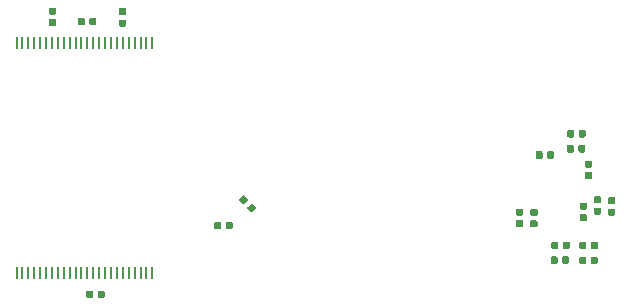
<source format=gbp>
G04 #@! TF.GenerationSoftware,KiCad,Pcbnew,5.0.0-fee4fd1~66~ubuntu18.04.1*
G04 #@! TF.CreationDate,2018-10-21T22:10:04-02:30*
G04 #@! TF.ProjectId,mpuBoard,6D7075426F6172642E6B696361645F70,rev?*
G04 #@! TF.SameCoordinates,Original*
G04 #@! TF.FileFunction,Paste,Bot*
G04 #@! TF.FilePolarity,Positive*
%FSLAX46Y46*%
G04 Gerber Fmt 4.6, Leading zero omitted, Abs format (unit mm)*
G04 Created by KiCad (PCBNEW 5.0.0-fee4fd1~66~ubuntu18.04.1) date Sun Oct 21 22:10:04 2018*
%MOMM*%
%LPD*%
G01*
G04 APERTURE LIST*
%ADD10R,0.250000X1.100000*%
%ADD11C,0.100000*%
%ADD12C,0.590000*%
G04 APERTURE END LIST*
D10*
G04 #@! TO.C,U4*
X96358000Y-86516000D03*
X107858000Y-106016000D03*
X96858000Y-86516000D03*
X97358000Y-86516000D03*
X97858000Y-86516000D03*
X98358000Y-86516000D03*
X98858000Y-86516000D03*
X99358000Y-86516000D03*
X99858000Y-86516000D03*
X100358000Y-86516000D03*
X100858000Y-86516000D03*
X101358000Y-86516000D03*
X101858000Y-86516000D03*
X102358000Y-86516000D03*
X102858000Y-86516000D03*
X103358000Y-86516000D03*
X103858000Y-86516000D03*
X104358000Y-86516000D03*
X104858000Y-86516000D03*
X105358000Y-86516000D03*
X105858000Y-86516000D03*
X106358000Y-86516000D03*
X106858000Y-86516000D03*
X107358000Y-86516000D03*
X107858000Y-86516000D03*
X107358000Y-106016000D03*
X106858000Y-106016000D03*
X106358000Y-106016000D03*
X105858000Y-106016000D03*
X105358000Y-106016000D03*
X104858000Y-106016000D03*
X104358000Y-106016000D03*
X103858000Y-106016000D03*
X103358000Y-106016000D03*
X102858000Y-106016000D03*
X102358000Y-106016000D03*
X101858000Y-106016000D03*
X101358000Y-106016000D03*
X100858000Y-106016000D03*
X100358000Y-106016000D03*
X99858000Y-106016000D03*
X99358000Y-106016000D03*
X98858000Y-106016000D03*
X98358000Y-106016000D03*
X97858000Y-106016000D03*
X97358000Y-106016000D03*
X96858000Y-106016000D03*
X96358000Y-106016000D03*
G04 #@! TD*
D11*
G04 #@! TO.C,C13*
G36*
X139124958Y-101536710D02*
X139139276Y-101538834D01*
X139153317Y-101542351D01*
X139166946Y-101547228D01*
X139180031Y-101553417D01*
X139192447Y-101560858D01*
X139204073Y-101569481D01*
X139214798Y-101579202D01*
X139224519Y-101589927D01*
X139233142Y-101601553D01*
X139240583Y-101613969D01*
X139246772Y-101627054D01*
X139251649Y-101640683D01*
X139255166Y-101654724D01*
X139257290Y-101669042D01*
X139258000Y-101683500D01*
X139258000Y-101978500D01*
X139257290Y-101992958D01*
X139255166Y-102007276D01*
X139251649Y-102021317D01*
X139246772Y-102034946D01*
X139240583Y-102048031D01*
X139233142Y-102060447D01*
X139224519Y-102072073D01*
X139214798Y-102082798D01*
X139204073Y-102092519D01*
X139192447Y-102101142D01*
X139180031Y-102108583D01*
X139166946Y-102114772D01*
X139153317Y-102119649D01*
X139139276Y-102123166D01*
X139124958Y-102125290D01*
X139110500Y-102126000D01*
X138765500Y-102126000D01*
X138751042Y-102125290D01*
X138736724Y-102123166D01*
X138722683Y-102119649D01*
X138709054Y-102114772D01*
X138695969Y-102108583D01*
X138683553Y-102101142D01*
X138671927Y-102092519D01*
X138661202Y-102082798D01*
X138651481Y-102072073D01*
X138642858Y-102060447D01*
X138635417Y-102048031D01*
X138629228Y-102034946D01*
X138624351Y-102021317D01*
X138620834Y-102007276D01*
X138618710Y-101992958D01*
X138618000Y-101978500D01*
X138618000Y-101683500D01*
X138618710Y-101669042D01*
X138620834Y-101654724D01*
X138624351Y-101640683D01*
X138629228Y-101627054D01*
X138635417Y-101613969D01*
X138642858Y-101601553D01*
X138651481Y-101589927D01*
X138661202Y-101579202D01*
X138671927Y-101569481D01*
X138683553Y-101560858D01*
X138695969Y-101553417D01*
X138709054Y-101547228D01*
X138722683Y-101542351D01*
X138736724Y-101538834D01*
X138751042Y-101536710D01*
X138765500Y-101536000D01*
X139110500Y-101536000D01*
X139124958Y-101536710D01*
X139124958Y-101536710D01*
G37*
D12*
X138938000Y-101831000D03*
D11*
G36*
X139124958Y-100566710D02*
X139139276Y-100568834D01*
X139153317Y-100572351D01*
X139166946Y-100577228D01*
X139180031Y-100583417D01*
X139192447Y-100590858D01*
X139204073Y-100599481D01*
X139214798Y-100609202D01*
X139224519Y-100619927D01*
X139233142Y-100631553D01*
X139240583Y-100643969D01*
X139246772Y-100657054D01*
X139251649Y-100670683D01*
X139255166Y-100684724D01*
X139257290Y-100699042D01*
X139258000Y-100713500D01*
X139258000Y-101008500D01*
X139257290Y-101022958D01*
X139255166Y-101037276D01*
X139251649Y-101051317D01*
X139246772Y-101064946D01*
X139240583Y-101078031D01*
X139233142Y-101090447D01*
X139224519Y-101102073D01*
X139214798Y-101112798D01*
X139204073Y-101122519D01*
X139192447Y-101131142D01*
X139180031Y-101138583D01*
X139166946Y-101144772D01*
X139153317Y-101149649D01*
X139139276Y-101153166D01*
X139124958Y-101155290D01*
X139110500Y-101156000D01*
X138765500Y-101156000D01*
X138751042Y-101155290D01*
X138736724Y-101153166D01*
X138722683Y-101149649D01*
X138709054Y-101144772D01*
X138695969Y-101138583D01*
X138683553Y-101131142D01*
X138671927Y-101122519D01*
X138661202Y-101112798D01*
X138651481Y-101102073D01*
X138642858Y-101090447D01*
X138635417Y-101078031D01*
X138629228Y-101064946D01*
X138624351Y-101051317D01*
X138620834Y-101037276D01*
X138618710Y-101022958D01*
X138618000Y-101008500D01*
X138618000Y-100713500D01*
X138618710Y-100699042D01*
X138620834Y-100684724D01*
X138624351Y-100670683D01*
X138629228Y-100657054D01*
X138635417Y-100643969D01*
X138642858Y-100631553D01*
X138651481Y-100619927D01*
X138661202Y-100609202D01*
X138671927Y-100599481D01*
X138683553Y-100590858D01*
X138695969Y-100583417D01*
X138709054Y-100577228D01*
X138722683Y-100572351D01*
X138736724Y-100568834D01*
X138751042Y-100566710D01*
X138765500Y-100566000D01*
X139110500Y-100566000D01*
X139124958Y-100566710D01*
X139124958Y-100566710D01*
G37*
D12*
X138938000Y-100861000D03*
G04 #@! TD*
D11*
G04 #@! TO.C,C14*
G36*
X145728958Y-100497710D02*
X145743276Y-100499834D01*
X145757317Y-100503351D01*
X145770946Y-100508228D01*
X145784031Y-100514417D01*
X145796447Y-100521858D01*
X145808073Y-100530481D01*
X145818798Y-100540202D01*
X145828519Y-100550927D01*
X145837142Y-100562553D01*
X145844583Y-100574969D01*
X145850772Y-100588054D01*
X145855649Y-100601683D01*
X145859166Y-100615724D01*
X145861290Y-100630042D01*
X145862000Y-100644500D01*
X145862000Y-100939500D01*
X145861290Y-100953958D01*
X145859166Y-100968276D01*
X145855649Y-100982317D01*
X145850772Y-100995946D01*
X145844583Y-101009031D01*
X145837142Y-101021447D01*
X145828519Y-101033073D01*
X145818798Y-101043798D01*
X145808073Y-101053519D01*
X145796447Y-101062142D01*
X145784031Y-101069583D01*
X145770946Y-101075772D01*
X145757317Y-101080649D01*
X145743276Y-101084166D01*
X145728958Y-101086290D01*
X145714500Y-101087000D01*
X145369500Y-101087000D01*
X145355042Y-101086290D01*
X145340724Y-101084166D01*
X145326683Y-101080649D01*
X145313054Y-101075772D01*
X145299969Y-101069583D01*
X145287553Y-101062142D01*
X145275927Y-101053519D01*
X145265202Y-101043798D01*
X145255481Y-101033073D01*
X145246858Y-101021447D01*
X145239417Y-101009031D01*
X145233228Y-100995946D01*
X145228351Y-100982317D01*
X145224834Y-100968276D01*
X145222710Y-100953958D01*
X145222000Y-100939500D01*
X145222000Y-100644500D01*
X145222710Y-100630042D01*
X145224834Y-100615724D01*
X145228351Y-100601683D01*
X145233228Y-100588054D01*
X145239417Y-100574969D01*
X145246858Y-100562553D01*
X145255481Y-100550927D01*
X145265202Y-100540202D01*
X145275927Y-100530481D01*
X145287553Y-100521858D01*
X145299969Y-100514417D01*
X145313054Y-100508228D01*
X145326683Y-100503351D01*
X145340724Y-100499834D01*
X145355042Y-100497710D01*
X145369500Y-100497000D01*
X145714500Y-100497000D01*
X145728958Y-100497710D01*
X145728958Y-100497710D01*
G37*
D12*
X145542000Y-100792000D03*
D11*
G36*
X145728958Y-99527710D02*
X145743276Y-99529834D01*
X145757317Y-99533351D01*
X145770946Y-99538228D01*
X145784031Y-99544417D01*
X145796447Y-99551858D01*
X145808073Y-99560481D01*
X145818798Y-99570202D01*
X145828519Y-99580927D01*
X145837142Y-99592553D01*
X145844583Y-99604969D01*
X145850772Y-99618054D01*
X145855649Y-99631683D01*
X145859166Y-99645724D01*
X145861290Y-99660042D01*
X145862000Y-99674500D01*
X145862000Y-99969500D01*
X145861290Y-99983958D01*
X145859166Y-99998276D01*
X145855649Y-100012317D01*
X145850772Y-100025946D01*
X145844583Y-100039031D01*
X145837142Y-100051447D01*
X145828519Y-100063073D01*
X145818798Y-100073798D01*
X145808073Y-100083519D01*
X145796447Y-100092142D01*
X145784031Y-100099583D01*
X145770946Y-100105772D01*
X145757317Y-100110649D01*
X145743276Y-100114166D01*
X145728958Y-100116290D01*
X145714500Y-100117000D01*
X145369500Y-100117000D01*
X145355042Y-100116290D01*
X145340724Y-100114166D01*
X145326683Y-100110649D01*
X145313054Y-100105772D01*
X145299969Y-100099583D01*
X145287553Y-100092142D01*
X145275927Y-100083519D01*
X145265202Y-100073798D01*
X145255481Y-100063073D01*
X145246858Y-100051447D01*
X145239417Y-100039031D01*
X145233228Y-100025946D01*
X145228351Y-100012317D01*
X145224834Y-99998276D01*
X145222710Y-99983958D01*
X145222000Y-99969500D01*
X145222000Y-99674500D01*
X145222710Y-99660042D01*
X145224834Y-99645724D01*
X145228351Y-99631683D01*
X145233228Y-99618054D01*
X145239417Y-99604969D01*
X145246858Y-99592553D01*
X145255481Y-99580927D01*
X145265202Y-99570202D01*
X145275927Y-99560481D01*
X145287553Y-99551858D01*
X145299969Y-99544417D01*
X145313054Y-99538228D01*
X145326683Y-99533351D01*
X145340724Y-99529834D01*
X145355042Y-99527710D01*
X145369500Y-99527000D01*
X145714500Y-99527000D01*
X145728958Y-99527710D01*
X145728958Y-99527710D01*
G37*
D12*
X145542000Y-99822000D03*
G04 #@! TD*
D11*
G04 #@! TO.C,C15*
G36*
X144387958Y-95184710D02*
X144402276Y-95186834D01*
X144416317Y-95190351D01*
X144429946Y-95195228D01*
X144443031Y-95201417D01*
X144455447Y-95208858D01*
X144467073Y-95217481D01*
X144477798Y-95227202D01*
X144487519Y-95237927D01*
X144496142Y-95249553D01*
X144503583Y-95261969D01*
X144509772Y-95275054D01*
X144514649Y-95288683D01*
X144518166Y-95302724D01*
X144520290Y-95317042D01*
X144521000Y-95331500D01*
X144521000Y-95676500D01*
X144520290Y-95690958D01*
X144518166Y-95705276D01*
X144514649Y-95719317D01*
X144509772Y-95732946D01*
X144503583Y-95746031D01*
X144496142Y-95758447D01*
X144487519Y-95770073D01*
X144477798Y-95780798D01*
X144467073Y-95790519D01*
X144455447Y-95799142D01*
X144443031Y-95806583D01*
X144429946Y-95812772D01*
X144416317Y-95817649D01*
X144402276Y-95821166D01*
X144387958Y-95823290D01*
X144373500Y-95824000D01*
X144078500Y-95824000D01*
X144064042Y-95823290D01*
X144049724Y-95821166D01*
X144035683Y-95817649D01*
X144022054Y-95812772D01*
X144008969Y-95806583D01*
X143996553Y-95799142D01*
X143984927Y-95790519D01*
X143974202Y-95780798D01*
X143964481Y-95770073D01*
X143955858Y-95758447D01*
X143948417Y-95746031D01*
X143942228Y-95732946D01*
X143937351Y-95719317D01*
X143933834Y-95705276D01*
X143931710Y-95690958D01*
X143931000Y-95676500D01*
X143931000Y-95331500D01*
X143931710Y-95317042D01*
X143933834Y-95302724D01*
X143937351Y-95288683D01*
X143942228Y-95275054D01*
X143948417Y-95261969D01*
X143955858Y-95249553D01*
X143964481Y-95237927D01*
X143974202Y-95227202D01*
X143984927Y-95217481D01*
X143996553Y-95208858D01*
X144008969Y-95201417D01*
X144022054Y-95195228D01*
X144035683Y-95190351D01*
X144049724Y-95186834D01*
X144064042Y-95184710D01*
X144078500Y-95184000D01*
X144373500Y-95184000D01*
X144387958Y-95184710D01*
X144387958Y-95184710D01*
G37*
D12*
X144226000Y-95504000D03*
D11*
G36*
X143417958Y-95184710D02*
X143432276Y-95186834D01*
X143446317Y-95190351D01*
X143459946Y-95195228D01*
X143473031Y-95201417D01*
X143485447Y-95208858D01*
X143497073Y-95217481D01*
X143507798Y-95227202D01*
X143517519Y-95237927D01*
X143526142Y-95249553D01*
X143533583Y-95261969D01*
X143539772Y-95275054D01*
X143544649Y-95288683D01*
X143548166Y-95302724D01*
X143550290Y-95317042D01*
X143551000Y-95331500D01*
X143551000Y-95676500D01*
X143550290Y-95690958D01*
X143548166Y-95705276D01*
X143544649Y-95719317D01*
X143539772Y-95732946D01*
X143533583Y-95746031D01*
X143526142Y-95758447D01*
X143517519Y-95770073D01*
X143507798Y-95780798D01*
X143497073Y-95790519D01*
X143485447Y-95799142D01*
X143473031Y-95806583D01*
X143459946Y-95812772D01*
X143446317Y-95817649D01*
X143432276Y-95821166D01*
X143417958Y-95823290D01*
X143403500Y-95824000D01*
X143108500Y-95824000D01*
X143094042Y-95823290D01*
X143079724Y-95821166D01*
X143065683Y-95817649D01*
X143052054Y-95812772D01*
X143038969Y-95806583D01*
X143026553Y-95799142D01*
X143014927Y-95790519D01*
X143004202Y-95780798D01*
X142994481Y-95770073D01*
X142985858Y-95758447D01*
X142978417Y-95746031D01*
X142972228Y-95732946D01*
X142967351Y-95719317D01*
X142963834Y-95705276D01*
X142961710Y-95690958D01*
X142961000Y-95676500D01*
X142961000Y-95331500D01*
X142961710Y-95317042D01*
X142963834Y-95302724D01*
X142967351Y-95288683D01*
X142972228Y-95275054D01*
X142978417Y-95261969D01*
X142985858Y-95249553D01*
X142994481Y-95237927D01*
X143004202Y-95227202D01*
X143014927Y-95217481D01*
X143026553Y-95208858D01*
X143038969Y-95201417D01*
X143052054Y-95195228D01*
X143065683Y-95190351D01*
X143079724Y-95186834D01*
X143094042Y-95184710D01*
X143108500Y-95184000D01*
X143403500Y-95184000D01*
X143417958Y-95184710D01*
X143417958Y-95184710D01*
G37*
D12*
X143256000Y-95504000D03*
G04 #@! TD*
D11*
G04 #@! TO.C,C17*
G36*
X140761958Y-95710710D02*
X140776276Y-95712834D01*
X140790317Y-95716351D01*
X140803946Y-95721228D01*
X140817031Y-95727417D01*
X140829447Y-95734858D01*
X140841073Y-95743481D01*
X140851798Y-95753202D01*
X140861519Y-95763927D01*
X140870142Y-95775553D01*
X140877583Y-95787969D01*
X140883772Y-95801054D01*
X140888649Y-95814683D01*
X140892166Y-95828724D01*
X140894290Y-95843042D01*
X140895000Y-95857500D01*
X140895000Y-96202500D01*
X140894290Y-96216958D01*
X140892166Y-96231276D01*
X140888649Y-96245317D01*
X140883772Y-96258946D01*
X140877583Y-96272031D01*
X140870142Y-96284447D01*
X140861519Y-96296073D01*
X140851798Y-96306798D01*
X140841073Y-96316519D01*
X140829447Y-96325142D01*
X140817031Y-96332583D01*
X140803946Y-96338772D01*
X140790317Y-96343649D01*
X140776276Y-96347166D01*
X140761958Y-96349290D01*
X140747500Y-96350000D01*
X140452500Y-96350000D01*
X140438042Y-96349290D01*
X140423724Y-96347166D01*
X140409683Y-96343649D01*
X140396054Y-96338772D01*
X140382969Y-96332583D01*
X140370553Y-96325142D01*
X140358927Y-96316519D01*
X140348202Y-96306798D01*
X140338481Y-96296073D01*
X140329858Y-96284447D01*
X140322417Y-96272031D01*
X140316228Y-96258946D01*
X140311351Y-96245317D01*
X140307834Y-96231276D01*
X140305710Y-96216958D01*
X140305000Y-96202500D01*
X140305000Y-95857500D01*
X140305710Y-95843042D01*
X140307834Y-95828724D01*
X140311351Y-95814683D01*
X140316228Y-95801054D01*
X140322417Y-95787969D01*
X140329858Y-95775553D01*
X140338481Y-95763927D01*
X140348202Y-95753202D01*
X140358927Y-95743481D01*
X140370553Y-95734858D01*
X140382969Y-95727417D01*
X140396054Y-95721228D01*
X140409683Y-95716351D01*
X140423724Y-95712834D01*
X140438042Y-95710710D01*
X140452500Y-95710000D01*
X140747500Y-95710000D01*
X140761958Y-95710710D01*
X140761958Y-95710710D01*
G37*
D12*
X140600000Y-96030000D03*
D11*
G36*
X141731958Y-95710710D02*
X141746276Y-95712834D01*
X141760317Y-95716351D01*
X141773946Y-95721228D01*
X141787031Y-95727417D01*
X141799447Y-95734858D01*
X141811073Y-95743481D01*
X141821798Y-95753202D01*
X141831519Y-95763927D01*
X141840142Y-95775553D01*
X141847583Y-95787969D01*
X141853772Y-95801054D01*
X141858649Y-95814683D01*
X141862166Y-95828724D01*
X141864290Y-95843042D01*
X141865000Y-95857500D01*
X141865000Y-96202500D01*
X141864290Y-96216958D01*
X141862166Y-96231276D01*
X141858649Y-96245317D01*
X141853772Y-96258946D01*
X141847583Y-96272031D01*
X141840142Y-96284447D01*
X141831519Y-96296073D01*
X141821798Y-96306798D01*
X141811073Y-96316519D01*
X141799447Y-96325142D01*
X141787031Y-96332583D01*
X141773946Y-96338772D01*
X141760317Y-96343649D01*
X141746276Y-96347166D01*
X141731958Y-96349290D01*
X141717500Y-96350000D01*
X141422500Y-96350000D01*
X141408042Y-96349290D01*
X141393724Y-96347166D01*
X141379683Y-96343649D01*
X141366054Y-96338772D01*
X141352969Y-96332583D01*
X141340553Y-96325142D01*
X141328927Y-96316519D01*
X141318202Y-96306798D01*
X141308481Y-96296073D01*
X141299858Y-96284447D01*
X141292417Y-96272031D01*
X141286228Y-96258946D01*
X141281351Y-96245317D01*
X141277834Y-96231276D01*
X141275710Y-96216958D01*
X141275000Y-96202500D01*
X141275000Y-95857500D01*
X141275710Y-95843042D01*
X141277834Y-95828724D01*
X141281351Y-95814683D01*
X141286228Y-95801054D01*
X141292417Y-95787969D01*
X141299858Y-95775553D01*
X141308481Y-95763927D01*
X141318202Y-95753202D01*
X141328927Y-95743481D01*
X141340553Y-95734858D01*
X141352969Y-95727417D01*
X141366054Y-95721228D01*
X141379683Y-95716351D01*
X141393724Y-95712834D01*
X141408042Y-95710710D01*
X141422500Y-95710000D01*
X141717500Y-95710000D01*
X141731958Y-95710710D01*
X141731958Y-95710710D01*
G37*
D12*
X141570000Y-96030000D03*
G04 #@! TD*
D11*
G04 #@! TO.C,C18*
G36*
X143440958Y-93914710D02*
X143455276Y-93916834D01*
X143469317Y-93920351D01*
X143482946Y-93925228D01*
X143496031Y-93931417D01*
X143508447Y-93938858D01*
X143520073Y-93947481D01*
X143530798Y-93957202D01*
X143540519Y-93967927D01*
X143549142Y-93979553D01*
X143556583Y-93991969D01*
X143562772Y-94005054D01*
X143567649Y-94018683D01*
X143571166Y-94032724D01*
X143573290Y-94047042D01*
X143574000Y-94061500D01*
X143574000Y-94406500D01*
X143573290Y-94420958D01*
X143571166Y-94435276D01*
X143567649Y-94449317D01*
X143562772Y-94462946D01*
X143556583Y-94476031D01*
X143549142Y-94488447D01*
X143540519Y-94500073D01*
X143530798Y-94510798D01*
X143520073Y-94520519D01*
X143508447Y-94529142D01*
X143496031Y-94536583D01*
X143482946Y-94542772D01*
X143469317Y-94547649D01*
X143455276Y-94551166D01*
X143440958Y-94553290D01*
X143426500Y-94554000D01*
X143131500Y-94554000D01*
X143117042Y-94553290D01*
X143102724Y-94551166D01*
X143088683Y-94547649D01*
X143075054Y-94542772D01*
X143061969Y-94536583D01*
X143049553Y-94529142D01*
X143037927Y-94520519D01*
X143027202Y-94510798D01*
X143017481Y-94500073D01*
X143008858Y-94488447D01*
X143001417Y-94476031D01*
X142995228Y-94462946D01*
X142990351Y-94449317D01*
X142986834Y-94435276D01*
X142984710Y-94420958D01*
X142984000Y-94406500D01*
X142984000Y-94061500D01*
X142984710Y-94047042D01*
X142986834Y-94032724D01*
X142990351Y-94018683D01*
X142995228Y-94005054D01*
X143001417Y-93991969D01*
X143008858Y-93979553D01*
X143017481Y-93967927D01*
X143027202Y-93957202D01*
X143037927Y-93947481D01*
X143049553Y-93938858D01*
X143061969Y-93931417D01*
X143075054Y-93925228D01*
X143088683Y-93920351D01*
X143102724Y-93916834D01*
X143117042Y-93914710D01*
X143131500Y-93914000D01*
X143426500Y-93914000D01*
X143440958Y-93914710D01*
X143440958Y-93914710D01*
G37*
D12*
X143279000Y-94234000D03*
D11*
G36*
X144410958Y-93914710D02*
X144425276Y-93916834D01*
X144439317Y-93920351D01*
X144452946Y-93925228D01*
X144466031Y-93931417D01*
X144478447Y-93938858D01*
X144490073Y-93947481D01*
X144500798Y-93957202D01*
X144510519Y-93967927D01*
X144519142Y-93979553D01*
X144526583Y-93991969D01*
X144532772Y-94005054D01*
X144537649Y-94018683D01*
X144541166Y-94032724D01*
X144543290Y-94047042D01*
X144544000Y-94061500D01*
X144544000Y-94406500D01*
X144543290Y-94420958D01*
X144541166Y-94435276D01*
X144537649Y-94449317D01*
X144532772Y-94462946D01*
X144526583Y-94476031D01*
X144519142Y-94488447D01*
X144510519Y-94500073D01*
X144500798Y-94510798D01*
X144490073Y-94520519D01*
X144478447Y-94529142D01*
X144466031Y-94536583D01*
X144452946Y-94542772D01*
X144439317Y-94547649D01*
X144425276Y-94551166D01*
X144410958Y-94553290D01*
X144396500Y-94554000D01*
X144101500Y-94554000D01*
X144087042Y-94553290D01*
X144072724Y-94551166D01*
X144058683Y-94547649D01*
X144045054Y-94542772D01*
X144031969Y-94536583D01*
X144019553Y-94529142D01*
X144007927Y-94520519D01*
X143997202Y-94510798D01*
X143987481Y-94500073D01*
X143978858Y-94488447D01*
X143971417Y-94476031D01*
X143965228Y-94462946D01*
X143960351Y-94449317D01*
X143956834Y-94435276D01*
X143954710Y-94420958D01*
X143954000Y-94406500D01*
X143954000Y-94061500D01*
X143954710Y-94047042D01*
X143956834Y-94032724D01*
X143960351Y-94018683D01*
X143965228Y-94005054D01*
X143971417Y-93991969D01*
X143978858Y-93979553D01*
X143987481Y-93967927D01*
X143997202Y-93957202D01*
X144007927Y-93947481D01*
X144019553Y-93938858D01*
X144031969Y-93931417D01*
X144045054Y-93925228D01*
X144058683Y-93920351D01*
X144072724Y-93916834D01*
X144087042Y-93914710D01*
X144101500Y-93914000D01*
X144396500Y-93914000D01*
X144410958Y-93914710D01*
X144410958Y-93914710D01*
G37*
D12*
X144249000Y-94234000D03*
G04 #@! TD*
D11*
G04 #@! TO.C,C19*
G36*
X144966958Y-96502710D02*
X144981276Y-96504834D01*
X144995317Y-96508351D01*
X145008946Y-96513228D01*
X145022031Y-96519417D01*
X145034447Y-96526858D01*
X145046073Y-96535481D01*
X145056798Y-96545202D01*
X145066519Y-96555927D01*
X145075142Y-96567553D01*
X145082583Y-96579969D01*
X145088772Y-96593054D01*
X145093649Y-96606683D01*
X145097166Y-96620724D01*
X145099290Y-96635042D01*
X145100000Y-96649500D01*
X145100000Y-96944500D01*
X145099290Y-96958958D01*
X145097166Y-96973276D01*
X145093649Y-96987317D01*
X145088772Y-97000946D01*
X145082583Y-97014031D01*
X145075142Y-97026447D01*
X145066519Y-97038073D01*
X145056798Y-97048798D01*
X145046073Y-97058519D01*
X145034447Y-97067142D01*
X145022031Y-97074583D01*
X145008946Y-97080772D01*
X144995317Y-97085649D01*
X144981276Y-97089166D01*
X144966958Y-97091290D01*
X144952500Y-97092000D01*
X144607500Y-97092000D01*
X144593042Y-97091290D01*
X144578724Y-97089166D01*
X144564683Y-97085649D01*
X144551054Y-97080772D01*
X144537969Y-97074583D01*
X144525553Y-97067142D01*
X144513927Y-97058519D01*
X144503202Y-97048798D01*
X144493481Y-97038073D01*
X144484858Y-97026447D01*
X144477417Y-97014031D01*
X144471228Y-97000946D01*
X144466351Y-96987317D01*
X144462834Y-96973276D01*
X144460710Y-96958958D01*
X144460000Y-96944500D01*
X144460000Y-96649500D01*
X144460710Y-96635042D01*
X144462834Y-96620724D01*
X144466351Y-96606683D01*
X144471228Y-96593054D01*
X144477417Y-96579969D01*
X144484858Y-96567553D01*
X144493481Y-96555927D01*
X144503202Y-96545202D01*
X144513927Y-96535481D01*
X144525553Y-96526858D01*
X144537969Y-96519417D01*
X144551054Y-96513228D01*
X144564683Y-96508351D01*
X144578724Y-96504834D01*
X144593042Y-96502710D01*
X144607500Y-96502000D01*
X144952500Y-96502000D01*
X144966958Y-96502710D01*
X144966958Y-96502710D01*
G37*
D12*
X144780000Y-96797000D03*
D11*
G36*
X144966958Y-97472710D02*
X144981276Y-97474834D01*
X144995317Y-97478351D01*
X145008946Y-97483228D01*
X145022031Y-97489417D01*
X145034447Y-97496858D01*
X145046073Y-97505481D01*
X145056798Y-97515202D01*
X145066519Y-97525927D01*
X145075142Y-97537553D01*
X145082583Y-97549969D01*
X145088772Y-97563054D01*
X145093649Y-97576683D01*
X145097166Y-97590724D01*
X145099290Y-97605042D01*
X145100000Y-97619500D01*
X145100000Y-97914500D01*
X145099290Y-97928958D01*
X145097166Y-97943276D01*
X145093649Y-97957317D01*
X145088772Y-97970946D01*
X145082583Y-97984031D01*
X145075142Y-97996447D01*
X145066519Y-98008073D01*
X145056798Y-98018798D01*
X145046073Y-98028519D01*
X145034447Y-98037142D01*
X145022031Y-98044583D01*
X145008946Y-98050772D01*
X144995317Y-98055649D01*
X144981276Y-98059166D01*
X144966958Y-98061290D01*
X144952500Y-98062000D01*
X144607500Y-98062000D01*
X144593042Y-98061290D01*
X144578724Y-98059166D01*
X144564683Y-98055649D01*
X144551054Y-98050772D01*
X144537969Y-98044583D01*
X144525553Y-98037142D01*
X144513927Y-98028519D01*
X144503202Y-98018798D01*
X144493481Y-98008073D01*
X144484858Y-97996447D01*
X144477417Y-97984031D01*
X144471228Y-97970946D01*
X144466351Y-97957317D01*
X144462834Y-97943276D01*
X144460710Y-97928958D01*
X144460000Y-97914500D01*
X144460000Y-97619500D01*
X144460710Y-97605042D01*
X144462834Y-97590724D01*
X144466351Y-97576683D01*
X144471228Y-97563054D01*
X144477417Y-97549969D01*
X144484858Y-97537553D01*
X144493481Y-97525927D01*
X144503202Y-97515202D01*
X144513927Y-97505481D01*
X144525553Y-97496858D01*
X144537969Y-97489417D01*
X144551054Y-97483228D01*
X144564683Y-97478351D01*
X144578724Y-97474834D01*
X144593042Y-97472710D01*
X144607500Y-97472000D01*
X144952500Y-97472000D01*
X144966958Y-97472710D01*
X144966958Y-97472710D01*
G37*
D12*
X144780000Y-97767000D03*
G04 #@! TD*
D11*
G04 #@! TO.C,C20*
G36*
X146926958Y-99600710D02*
X146941276Y-99602834D01*
X146955317Y-99606351D01*
X146968946Y-99611228D01*
X146982031Y-99617417D01*
X146994447Y-99624858D01*
X147006073Y-99633481D01*
X147016798Y-99643202D01*
X147026519Y-99653927D01*
X147035142Y-99665553D01*
X147042583Y-99677969D01*
X147048772Y-99691054D01*
X147053649Y-99704683D01*
X147057166Y-99718724D01*
X147059290Y-99733042D01*
X147060000Y-99747500D01*
X147060000Y-100042500D01*
X147059290Y-100056958D01*
X147057166Y-100071276D01*
X147053649Y-100085317D01*
X147048772Y-100098946D01*
X147042583Y-100112031D01*
X147035142Y-100124447D01*
X147026519Y-100136073D01*
X147016798Y-100146798D01*
X147006073Y-100156519D01*
X146994447Y-100165142D01*
X146982031Y-100172583D01*
X146968946Y-100178772D01*
X146955317Y-100183649D01*
X146941276Y-100187166D01*
X146926958Y-100189290D01*
X146912500Y-100190000D01*
X146567500Y-100190000D01*
X146553042Y-100189290D01*
X146538724Y-100187166D01*
X146524683Y-100183649D01*
X146511054Y-100178772D01*
X146497969Y-100172583D01*
X146485553Y-100165142D01*
X146473927Y-100156519D01*
X146463202Y-100146798D01*
X146453481Y-100136073D01*
X146444858Y-100124447D01*
X146437417Y-100112031D01*
X146431228Y-100098946D01*
X146426351Y-100085317D01*
X146422834Y-100071276D01*
X146420710Y-100056958D01*
X146420000Y-100042500D01*
X146420000Y-99747500D01*
X146420710Y-99733042D01*
X146422834Y-99718724D01*
X146426351Y-99704683D01*
X146431228Y-99691054D01*
X146437417Y-99677969D01*
X146444858Y-99665553D01*
X146453481Y-99653927D01*
X146463202Y-99643202D01*
X146473927Y-99633481D01*
X146485553Y-99624858D01*
X146497969Y-99617417D01*
X146511054Y-99611228D01*
X146524683Y-99606351D01*
X146538724Y-99602834D01*
X146553042Y-99600710D01*
X146567500Y-99600000D01*
X146912500Y-99600000D01*
X146926958Y-99600710D01*
X146926958Y-99600710D01*
G37*
D12*
X146740000Y-99895000D03*
D11*
G36*
X146926958Y-100570710D02*
X146941276Y-100572834D01*
X146955317Y-100576351D01*
X146968946Y-100581228D01*
X146982031Y-100587417D01*
X146994447Y-100594858D01*
X147006073Y-100603481D01*
X147016798Y-100613202D01*
X147026519Y-100623927D01*
X147035142Y-100635553D01*
X147042583Y-100647969D01*
X147048772Y-100661054D01*
X147053649Y-100674683D01*
X147057166Y-100688724D01*
X147059290Y-100703042D01*
X147060000Y-100717500D01*
X147060000Y-101012500D01*
X147059290Y-101026958D01*
X147057166Y-101041276D01*
X147053649Y-101055317D01*
X147048772Y-101068946D01*
X147042583Y-101082031D01*
X147035142Y-101094447D01*
X147026519Y-101106073D01*
X147016798Y-101116798D01*
X147006073Y-101126519D01*
X146994447Y-101135142D01*
X146982031Y-101142583D01*
X146968946Y-101148772D01*
X146955317Y-101153649D01*
X146941276Y-101157166D01*
X146926958Y-101159290D01*
X146912500Y-101160000D01*
X146567500Y-101160000D01*
X146553042Y-101159290D01*
X146538724Y-101157166D01*
X146524683Y-101153649D01*
X146511054Y-101148772D01*
X146497969Y-101142583D01*
X146485553Y-101135142D01*
X146473927Y-101126519D01*
X146463202Y-101116798D01*
X146453481Y-101106073D01*
X146444858Y-101094447D01*
X146437417Y-101082031D01*
X146431228Y-101068946D01*
X146426351Y-101055317D01*
X146422834Y-101041276D01*
X146420710Y-101026958D01*
X146420000Y-101012500D01*
X146420000Y-100717500D01*
X146420710Y-100703042D01*
X146422834Y-100688724D01*
X146426351Y-100674683D01*
X146431228Y-100661054D01*
X146437417Y-100647969D01*
X146444858Y-100635553D01*
X146453481Y-100623927D01*
X146463202Y-100613202D01*
X146473927Y-100603481D01*
X146485553Y-100594858D01*
X146497969Y-100587417D01*
X146511054Y-100581228D01*
X146524683Y-100576351D01*
X146538724Y-100572834D01*
X146553042Y-100570710D01*
X146567500Y-100570000D01*
X146912500Y-100570000D01*
X146926958Y-100570710D01*
X146926958Y-100570710D01*
G37*
D12*
X146740000Y-100865000D03*
G04 #@! TD*
D11*
G04 #@! TO.C,C21*
G36*
X144536958Y-100065710D02*
X144551276Y-100067834D01*
X144565317Y-100071351D01*
X144578946Y-100076228D01*
X144592031Y-100082417D01*
X144604447Y-100089858D01*
X144616073Y-100098481D01*
X144626798Y-100108202D01*
X144636519Y-100118927D01*
X144645142Y-100130553D01*
X144652583Y-100142969D01*
X144658772Y-100156054D01*
X144663649Y-100169683D01*
X144667166Y-100183724D01*
X144669290Y-100198042D01*
X144670000Y-100212500D01*
X144670000Y-100507500D01*
X144669290Y-100521958D01*
X144667166Y-100536276D01*
X144663649Y-100550317D01*
X144658772Y-100563946D01*
X144652583Y-100577031D01*
X144645142Y-100589447D01*
X144636519Y-100601073D01*
X144626798Y-100611798D01*
X144616073Y-100621519D01*
X144604447Y-100630142D01*
X144592031Y-100637583D01*
X144578946Y-100643772D01*
X144565317Y-100648649D01*
X144551276Y-100652166D01*
X144536958Y-100654290D01*
X144522500Y-100655000D01*
X144177500Y-100655000D01*
X144163042Y-100654290D01*
X144148724Y-100652166D01*
X144134683Y-100648649D01*
X144121054Y-100643772D01*
X144107969Y-100637583D01*
X144095553Y-100630142D01*
X144083927Y-100621519D01*
X144073202Y-100611798D01*
X144063481Y-100601073D01*
X144054858Y-100589447D01*
X144047417Y-100577031D01*
X144041228Y-100563946D01*
X144036351Y-100550317D01*
X144032834Y-100536276D01*
X144030710Y-100521958D01*
X144030000Y-100507500D01*
X144030000Y-100212500D01*
X144030710Y-100198042D01*
X144032834Y-100183724D01*
X144036351Y-100169683D01*
X144041228Y-100156054D01*
X144047417Y-100142969D01*
X144054858Y-100130553D01*
X144063481Y-100118927D01*
X144073202Y-100108202D01*
X144083927Y-100098481D01*
X144095553Y-100089858D01*
X144107969Y-100082417D01*
X144121054Y-100076228D01*
X144134683Y-100071351D01*
X144148724Y-100067834D01*
X144163042Y-100065710D01*
X144177500Y-100065000D01*
X144522500Y-100065000D01*
X144536958Y-100065710D01*
X144536958Y-100065710D01*
G37*
D12*
X144350000Y-100360000D03*
D11*
G36*
X144536958Y-101035710D02*
X144551276Y-101037834D01*
X144565317Y-101041351D01*
X144578946Y-101046228D01*
X144592031Y-101052417D01*
X144604447Y-101059858D01*
X144616073Y-101068481D01*
X144626798Y-101078202D01*
X144636519Y-101088927D01*
X144645142Y-101100553D01*
X144652583Y-101112969D01*
X144658772Y-101126054D01*
X144663649Y-101139683D01*
X144667166Y-101153724D01*
X144669290Y-101168042D01*
X144670000Y-101182500D01*
X144670000Y-101477500D01*
X144669290Y-101491958D01*
X144667166Y-101506276D01*
X144663649Y-101520317D01*
X144658772Y-101533946D01*
X144652583Y-101547031D01*
X144645142Y-101559447D01*
X144636519Y-101571073D01*
X144626798Y-101581798D01*
X144616073Y-101591519D01*
X144604447Y-101600142D01*
X144592031Y-101607583D01*
X144578946Y-101613772D01*
X144565317Y-101618649D01*
X144551276Y-101622166D01*
X144536958Y-101624290D01*
X144522500Y-101625000D01*
X144177500Y-101625000D01*
X144163042Y-101624290D01*
X144148724Y-101622166D01*
X144134683Y-101618649D01*
X144121054Y-101613772D01*
X144107969Y-101607583D01*
X144095553Y-101600142D01*
X144083927Y-101591519D01*
X144073202Y-101581798D01*
X144063481Y-101571073D01*
X144054858Y-101559447D01*
X144047417Y-101547031D01*
X144041228Y-101533946D01*
X144036351Y-101520317D01*
X144032834Y-101506276D01*
X144030710Y-101491958D01*
X144030000Y-101477500D01*
X144030000Y-101182500D01*
X144030710Y-101168042D01*
X144032834Y-101153724D01*
X144036351Y-101139683D01*
X144041228Y-101126054D01*
X144047417Y-101112969D01*
X144054858Y-101100553D01*
X144063481Y-101088927D01*
X144073202Y-101078202D01*
X144083927Y-101068481D01*
X144095553Y-101059858D01*
X144107969Y-101052417D01*
X144121054Y-101046228D01*
X144134683Y-101041351D01*
X144148724Y-101037834D01*
X144163042Y-101035710D01*
X144177500Y-101035000D01*
X144522500Y-101035000D01*
X144536958Y-101035710D01*
X144536958Y-101035710D01*
G37*
D12*
X144350000Y-101330000D03*
G04 #@! TD*
D11*
G04 #@! TO.C,C23*
G36*
X140346958Y-101575710D02*
X140361276Y-101577834D01*
X140375317Y-101581351D01*
X140388946Y-101586228D01*
X140402031Y-101592417D01*
X140414447Y-101599858D01*
X140426073Y-101608481D01*
X140436798Y-101618202D01*
X140446519Y-101628927D01*
X140455142Y-101640553D01*
X140462583Y-101652969D01*
X140468772Y-101666054D01*
X140473649Y-101679683D01*
X140477166Y-101693724D01*
X140479290Y-101708042D01*
X140480000Y-101722500D01*
X140480000Y-102017500D01*
X140479290Y-102031958D01*
X140477166Y-102046276D01*
X140473649Y-102060317D01*
X140468772Y-102073946D01*
X140462583Y-102087031D01*
X140455142Y-102099447D01*
X140446519Y-102111073D01*
X140436798Y-102121798D01*
X140426073Y-102131519D01*
X140414447Y-102140142D01*
X140402031Y-102147583D01*
X140388946Y-102153772D01*
X140375317Y-102158649D01*
X140361276Y-102162166D01*
X140346958Y-102164290D01*
X140332500Y-102165000D01*
X139987500Y-102165000D01*
X139973042Y-102164290D01*
X139958724Y-102162166D01*
X139944683Y-102158649D01*
X139931054Y-102153772D01*
X139917969Y-102147583D01*
X139905553Y-102140142D01*
X139893927Y-102131519D01*
X139883202Y-102121798D01*
X139873481Y-102111073D01*
X139864858Y-102099447D01*
X139857417Y-102087031D01*
X139851228Y-102073946D01*
X139846351Y-102060317D01*
X139842834Y-102046276D01*
X139840710Y-102031958D01*
X139840000Y-102017500D01*
X139840000Y-101722500D01*
X139840710Y-101708042D01*
X139842834Y-101693724D01*
X139846351Y-101679683D01*
X139851228Y-101666054D01*
X139857417Y-101652969D01*
X139864858Y-101640553D01*
X139873481Y-101628927D01*
X139883202Y-101618202D01*
X139893927Y-101608481D01*
X139905553Y-101599858D01*
X139917969Y-101592417D01*
X139931054Y-101586228D01*
X139944683Y-101581351D01*
X139958724Y-101577834D01*
X139973042Y-101575710D01*
X139987500Y-101575000D01*
X140332500Y-101575000D01*
X140346958Y-101575710D01*
X140346958Y-101575710D01*
G37*
D12*
X140160000Y-101870000D03*
D11*
G36*
X140346958Y-100605710D02*
X140361276Y-100607834D01*
X140375317Y-100611351D01*
X140388946Y-100616228D01*
X140402031Y-100622417D01*
X140414447Y-100629858D01*
X140426073Y-100638481D01*
X140436798Y-100648202D01*
X140446519Y-100658927D01*
X140455142Y-100670553D01*
X140462583Y-100682969D01*
X140468772Y-100696054D01*
X140473649Y-100709683D01*
X140477166Y-100723724D01*
X140479290Y-100738042D01*
X140480000Y-100752500D01*
X140480000Y-101047500D01*
X140479290Y-101061958D01*
X140477166Y-101076276D01*
X140473649Y-101090317D01*
X140468772Y-101103946D01*
X140462583Y-101117031D01*
X140455142Y-101129447D01*
X140446519Y-101141073D01*
X140436798Y-101151798D01*
X140426073Y-101161519D01*
X140414447Y-101170142D01*
X140402031Y-101177583D01*
X140388946Y-101183772D01*
X140375317Y-101188649D01*
X140361276Y-101192166D01*
X140346958Y-101194290D01*
X140332500Y-101195000D01*
X139987500Y-101195000D01*
X139973042Y-101194290D01*
X139958724Y-101192166D01*
X139944683Y-101188649D01*
X139931054Y-101183772D01*
X139917969Y-101177583D01*
X139905553Y-101170142D01*
X139893927Y-101161519D01*
X139883202Y-101151798D01*
X139873481Y-101141073D01*
X139864858Y-101129447D01*
X139857417Y-101117031D01*
X139851228Y-101103946D01*
X139846351Y-101090317D01*
X139842834Y-101076276D01*
X139840710Y-101061958D01*
X139840000Y-101047500D01*
X139840000Y-100752500D01*
X139840710Y-100738042D01*
X139842834Y-100723724D01*
X139846351Y-100709683D01*
X139851228Y-100696054D01*
X139857417Y-100682969D01*
X139864858Y-100670553D01*
X139873481Y-100658927D01*
X139883202Y-100648202D01*
X139893927Y-100638481D01*
X139905553Y-100629858D01*
X139917969Y-100622417D01*
X139931054Y-100616228D01*
X139944683Y-100611351D01*
X139958724Y-100607834D01*
X139973042Y-100605710D01*
X139987500Y-100605000D01*
X140332500Y-100605000D01*
X140346958Y-100605710D01*
X140346958Y-100605710D01*
G37*
D12*
X140160000Y-100900000D03*
G04 #@! TD*
D11*
G04 #@! TO.C,C24*
G36*
X142031958Y-104620710D02*
X142046276Y-104622834D01*
X142060317Y-104626351D01*
X142073946Y-104631228D01*
X142087031Y-104637417D01*
X142099447Y-104644858D01*
X142111073Y-104653481D01*
X142121798Y-104663202D01*
X142131519Y-104673927D01*
X142140142Y-104685553D01*
X142147583Y-104697969D01*
X142153772Y-104711054D01*
X142158649Y-104724683D01*
X142162166Y-104738724D01*
X142164290Y-104753042D01*
X142165000Y-104767500D01*
X142165000Y-105112500D01*
X142164290Y-105126958D01*
X142162166Y-105141276D01*
X142158649Y-105155317D01*
X142153772Y-105168946D01*
X142147583Y-105182031D01*
X142140142Y-105194447D01*
X142131519Y-105206073D01*
X142121798Y-105216798D01*
X142111073Y-105226519D01*
X142099447Y-105235142D01*
X142087031Y-105242583D01*
X142073946Y-105248772D01*
X142060317Y-105253649D01*
X142046276Y-105257166D01*
X142031958Y-105259290D01*
X142017500Y-105260000D01*
X141722500Y-105260000D01*
X141708042Y-105259290D01*
X141693724Y-105257166D01*
X141679683Y-105253649D01*
X141666054Y-105248772D01*
X141652969Y-105242583D01*
X141640553Y-105235142D01*
X141628927Y-105226519D01*
X141618202Y-105216798D01*
X141608481Y-105206073D01*
X141599858Y-105194447D01*
X141592417Y-105182031D01*
X141586228Y-105168946D01*
X141581351Y-105155317D01*
X141577834Y-105141276D01*
X141575710Y-105126958D01*
X141575000Y-105112500D01*
X141575000Y-104767500D01*
X141575710Y-104753042D01*
X141577834Y-104738724D01*
X141581351Y-104724683D01*
X141586228Y-104711054D01*
X141592417Y-104697969D01*
X141599858Y-104685553D01*
X141608481Y-104673927D01*
X141618202Y-104663202D01*
X141628927Y-104653481D01*
X141640553Y-104644858D01*
X141652969Y-104637417D01*
X141666054Y-104631228D01*
X141679683Y-104626351D01*
X141693724Y-104622834D01*
X141708042Y-104620710D01*
X141722500Y-104620000D01*
X142017500Y-104620000D01*
X142031958Y-104620710D01*
X142031958Y-104620710D01*
G37*
D12*
X141870000Y-104940000D03*
D11*
G36*
X143001958Y-104620710D02*
X143016276Y-104622834D01*
X143030317Y-104626351D01*
X143043946Y-104631228D01*
X143057031Y-104637417D01*
X143069447Y-104644858D01*
X143081073Y-104653481D01*
X143091798Y-104663202D01*
X143101519Y-104673927D01*
X143110142Y-104685553D01*
X143117583Y-104697969D01*
X143123772Y-104711054D01*
X143128649Y-104724683D01*
X143132166Y-104738724D01*
X143134290Y-104753042D01*
X143135000Y-104767500D01*
X143135000Y-105112500D01*
X143134290Y-105126958D01*
X143132166Y-105141276D01*
X143128649Y-105155317D01*
X143123772Y-105168946D01*
X143117583Y-105182031D01*
X143110142Y-105194447D01*
X143101519Y-105206073D01*
X143091798Y-105216798D01*
X143081073Y-105226519D01*
X143069447Y-105235142D01*
X143057031Y-105242583D01*
X143043946Y-105248772D01*
X143030317Y-105253649D01*
X143016276Y-105257166D01*
X143001958Y-105259290D01*
X142987500Y-105260000D01*
X142692500Y-105260000D01*
X142678042Y-105259290D01*
X142663724Y-105257166D01*
X142649683Y-105253649D01*
X142636054Y-105248772D01*
X142622969Y-105242583D01*
X142610553Y-105235142D01*
X142598927Y-105226519D01*
X142588202Y-105216798D01*
X142578481Y-105206073D01*
X142569858Y-105194447D01*
X142562417Y-105182031D01*
X142556228Y-105168946D01*
X142551351Y-105155317D01*
X142547834Y-105141276D01*
X142545710Y-105126958D01*
X142545000Y-105112500D01*
X142545000Y-104767500D01*
X142545710Y-104753042D01*
X142547834Y-104738724D01*
X142551351Y-104724683D01*
X142556228Y-104711054D01*
X142562417Y-104697969D01*
X142569858Y-104685553D01*
X142578481Y-104673927D01*
X142588202Y-104663202D01*
X142598927Y-104653481D01*
X142610553Y-104644858D01*
X142622969Y-104637417D01*
X142636054Y-104631228D01*
X142649683Y-104626351D01*
X142663724Y-104622834D01*
X142678042Y-104620710D01*
X142692500Y-104620000D01*
X142987500Y-104620000D01*
X143001958Y-104620710D01*
X143001958Y-104620710D01*
G37*
D12*
X142840000Y-104940000D03*
G04 #@! TD*
D11*
G04 #@! TO.C,C25*
G36*
X145441958Y-103370710D02*
X145456276Y-103372834D01*
X145470317Y-103376351D01*
X145483946Y-103381228D01*
X145497031Y-103387417D01*
X145509447Y-103394858D01*
X145521073Y-103403481D01*
X145531798Y-103413202D01*
X145541519Y-103423927D01*
X145550142Y-103435553D01*
X145557583Y-103447969D01*
X145563772Y-103461054D01*
X145568649Y-103474683D01*
X145572166Y-103488724D01*
X145574290Y-103503042D01*
X145575000Y-103517500D01*
X145575000Y-103862500D01*
X145574290Y-103876958D01*
X145572166Y-103891276D01*
X145568649Y-103905317D01*
X145563772Y-103918946D01*
X145557583Y-103932031D01*
X145550142Y-103944447D01*
X145541519Y-103956073D01*
X145531798Y-103966798D01*
X145521073Y-103976519D01*
X145509447Y-103985142D01*
X145497031Y-103992583D01*
X145483946Y-103998772D01*
X145470317Y-104003649D01*
X145456276Y-104007166D01*
X145441958Y-104009290D01*
X145427500Y-104010000D01*
X145132500Y-104010000D01*
X145118042Y-104009290D01*
X145103724Y-104007166D01*
X145089683Y-104003649D01*
X145076054Y-103998772D01*
X145062969Y-103992583D01*
X145050553Y-103985142D01*
X145038927Y-103976519D01*
X145028202Y-103966798D01*
X145018481Y-103956073D01*
X145009858Y-103944447D01*
X145002417Y-103932031D01*
X144996228Y-103918946D01*
X144991351Y-103905317D01*
X144987834Y-103891276D01*
X144985710Y-103876958D01*
X144985000Y-103862500D01*
X144985000Y-103517500D01*
X144985710Y-103503042D01*
X144987834Y-103488724D01*
X144991351Y-103474683D01*
X144996228Y-103461054D01*
X145002417Y-103447969D01*
X145009858Y-103435553D01*
X145018481Y-103423927D01*
X145028202Y-103413202D01*
X145038927Y-103403481D01*
X145050553Y-103394858D01*
X145062969Y-103387417D01*
X145076054Y-103381228D01*
X145089683Y-103376351D01*
X145103724Y-103372834D01*
X145118042Y-103370710D01*
X145132500Y-103370000D01*
X145427500Y-103370000D01*
X145441958Y-103370710D01*
X145441958Y-103370710D01*
G37*
D12*
X145280000Y-103690000D03*
D11*
G36*
X144471958Y-103370710D02*
X144486276Y-103372834D01*
X144500317Y-103376351D01*
X144513946Y-103381228D01*
X144527031Y-103387417D01*
X144539447Y-103394858D01*
X144551073Y-103403481D01*
X144561798Y-103413202D01*
X144571519Y-103423927D01*
X144580142Y-103435553D01*
X144587583Y-103447969D01*
X144593772Y-103461054D01*
X144598649Y-103474683D01*
X144602166Y-103488724D01*
X144604290Y-103503042D01*
X144605000Y-103517500D01*
X144605000Y-103862500D01*
X144604290Y-103876958D01*
X144602166Y-103891276D01*
X144598649Y-103905317D01*
X144593772Y-103918946D01*
X144587583Y-103932031D01*
X144580142Y-103944447D01*
X144571519Y-103956073D01*
X144561798Y-103966798D01*
X144551073Y-103976519D01*
X144539447Y-103985142D01*
X144527031Y-103992583D01*
X144513946Y-103998772D01*
X144500317Y-104003649D01*
X144486276Y-104007166D01*
X144471958Y-104009290D01*
X144457500Y-104010000D01*
X144162500Y-104010000D01*
X144148042Y-104009290D01*
X144133724Y-104007166D01*
X144119683Y-104003649D01*
X144106054Y-103998772D01*
X144092969Y-103992583D01*
X144080553Y-103985142D01*
X144068927Y-103976519D01*
X144058202Y-103966798D01*
X144048481Y-103956073D01*
X144039858Y-103944447D01*
X144032417Y-103932031D01*
X144026228Y-103918946D01*
X144021351Y-103905317D01*
X144017834Y-103891276D01*
X144015710Y-103876958D01*
X144015000Y-103862500D01*
X144015000Y-103517500D01*
X144015710Y-103503042D01*
X144017834Y-103488724D01*
X144021351Y-103474683D01*
X144026228Y-103461054D01*
X144032417Y-103447969D01*
X144039858Y-103435553D01*
X144048481Y-103423927D01*
X144058202Y-103413202D01*
X144068927Y-103403481D01*
X144080553Y-103394858D01*
X144092969Y-103387417D01*
X144106054Y-103381228D01*
X144119683Y-103376351D01*
X144133724Y-103372834D01*
X144148042Y-103370710D01*
X144162500Y-103370000D01*
X144457500Y-103370000D01*
X144471958Y-103370710D01*
X144471958Y-103370710D01*
G37*
D12*
X144310000Y-103690000D03*
G04 #@! TD*
D11*
G04 #@! TO.C,C30*
G36*
X102981958Y-84420710D02*
X102996276Y-84422834D01*
X103010317Y-84426351D01*
X103023946Y-84431228D01*
X103037031Y-84437417D01*
X103049447Y-84444858D01*
X103061073Y-84453481D01*
X103071798Y-84463202D01*
X103081519Y-84473927D01*
X103090142Y-84485553D01*
X103097583Y-84497969D01*
X103103772Y-84511054D01*
X103108649Y-84524683D01*
X103112166Y-84538724D01*
X103114290Y-84553042D01*
X103115000Y-84567500D01*
X103115000Y-84912500D01*
X103114290Y-84926958D01*
X103112166Y-84941276D01*
X103108649Y-84955317D01*
X103103772Y-84968946D01*
X103097583Y-84982031D01*
X103090142Y-84994447D01*
X103081519Y-85006073D01*
X103071798Y-85016798D01*
X103061073Y-85026519D01*
X103049447Y-85035142D01*
X103037031Y-85042583D01*
X103023946Y-85048772D01*
X103010317Y-85053649D01*
X102996276Y-85057166D01*
X102981958Y-85059290D01*
X102967500Y-85060000D01*
X102672500Y-85060000D01*
X102658042Y-85059290D01*
X102643724Y-85057166D01*
X102629683Y-85053649D01*
X102616054Y-85048772D01*
X102602969Y-85042583D01*
X102590553Y-85035142D01*
X102578927Y-85026519D01*
X102568202Y-85016798D01*
X102558481Y-85006073D01*
X102549858Y-84994447D01*
X102542417Y-84982031D01*
X102536228Y-84968946D01*
X102531351Y-84955317D01*
X102527834Y-84941276D01*
X102525710Y-84926958D01*
X102525000Y-84912500D01*
X102525000Y-84567500D01*
X102525710Y-84553042D01*
X102527834Y-84538724D01*
X102531351Y-84524683D01*
X102536228Y-84511054D01*
X102542417Y-84497969D01*
X102549858Y-84485553D01*
X102558481Y-84473927D01*
X102568202Y-84463202D01*
X102578927Y-84453481D01*
X102590553Y-84444858D01*
X102602969Y-84437417D01*
X102616054Y-84431228D01*
X102629683Y-84426351D01*
X102643724Y-84422834D01*
X102658042Y-84420710D01*
X102672500Y-84420000D01*
X102967500Y-84420000D01*
X102981958Y-84420710D01*
X102981958Y-84420710D01*
G37*
D12*
X102820000Y-84740000D03*
D11*
G36*
X102011958Y-84420710D02*
X102026276Y-84422834D01*
X102040317Y-84426351D01*
X102053946Y-84431228D01*
X102067031Y-84437417D01*
X102079447Y-84444858D01*
X102091073Y-84453481D01*
X102101798Y-84463202D01*
X102111519Y-84473927D01*
X102120142Y-84485553D01*
X102127583Y-84497969D01*
X102133772Y-84511054D01*
X102138649Y-84524683D01*
X102142166Y-84538724D01*
X102144290Y-84553042D01*
X102145000Y-84567500D01*
X102145000Y-84912500D01*
X102144290Y-84926958D01*
X102142166Y-84941276D01*
X102138649Y-84955317D01*
X102133772Y-84968946D01*
X102127583Y-84982031D01*
X102120142Y-84994447D01*
X102111519Y-85006073D01*
X102101798Y-85016798D01*
X102091073Y-85026519D01*
X102079447Y-85035142D01*
X102067031Y-85042583D01*
X102053946Y-85048772D01*
X102040317Y-85053649D01*
X102026276Y-85057166D01*
X102011958Y-85059290D01*
X101997500Y-85060000D01*
X101702500Y-85060000D01*
X101688042Y-85059290D01*
X101673724Y-85057166D01*
X101659683Y-85053649D01*
X101646054Y-85048772D01*
X101632969Y-85042583D01*
X101620553Y-85035142D01*
X101608927Y-85026519D01*
X101598202Y-85016798D01*
X101588481Y-85006073D01*
X101579858Y-84994447D01*
X101572417Y-84982031D01*
X101566228Y-84968946D01*
X101561351Y-84955317D01*
X101557834Y-84941276D01*
X101555710Y-84926958D01*
X101555000Y-84912500D01*
X101555000Y-84567500D01*
X101555710Y-84553042D01*
X101557834Y-84538724D01*
X101561351Y-84524683D01*
X101566228Y-84511054D01*
X101572417Y-84497969D01*
X101579858Y-84485553D01*
X101588481Y-84473927D01*
X101598202Y-84463202D01*
X101608927Y-84453481D01*
X101620553Y-84444858D01*
X101632969Y-84437417D01*
X101646054Y-84431228D01*
X101659683Y-84426351D01*
X101673724Y-84422834D01*
X101688042Y-84420710D01*
X101702500Y-84420000D01*
X101997500Y-84420000D01*
X102011958Y-84420710D01*
X102011958Y-84420710D01*
G37*
D12*
X101850000Y-84740000D03*
G04 #@! TD*
D11*
G04 #@! TO.C,C31*
G36*
X102711958Y-107510710D02*
X102726276Y-107512834D01*
X102740317Y-107516351D01*
X102753946Y-107521228D01*
X102767031Y-107527417D01*
X102779447Y-107534858D01*
X102791073Y-107543481D01*
X102801798Y-107553202D01*
X102811519Y-107563927D01*
X102820142Y-107575553D01*
X102827583Y-107587969D01*
X102833772Y-107601054D01*
X102838649Y-107614683D01*
X102842166Y-107628724D01*
X102844290Y-107643042D01*
X102845000Y-107657500D01*
X102845000Y-108002500D01*
X102844290Y-108016958D01*
X102842166Y-108031276D01*
X102838649Y-108045317D01*
X102833772Y-108058946D01*
X102827583Y-108072031D01*
X102820142Y-108084447D01*
X102811519Y-108096073D01*
X102801798Y-108106798D01*
X102791073Y-108116519D01*
X102779447Y-108125142D01*
X102767031Y-108132583D01*
X102753946Y-108138772D01*
X102740317Y-108143649D01*
X102726276Y-108147166D01*
X102711958Y-108149290D01*
X102697500Y-108150000D01*
X102402500Y-108150000D01*
X102388042Y-108149290D01*
X102373724Y-108147166D01*
X102359683Y-108143649D01*
X102346054Y-108138772D01*
X102332969Y-108132583D01*
X102320553Y-108125142D01*
X102308927Y-108116519D01*
X102298202Y-108106798D01*
X102288481Y-108096073D01*
X102279858Y-108084447D01*
X102272417Y-108072031D01*
X102266228Y-108058946D01*
X102261351Y-108045317D01*
X102257834Y-108031276D01*
X102255710Y-108016958D01*
X102255000Y-108002500D01*
X102255000Y-107657500D01*
X102255710Y-107643042D01*
X102257834Y-107628724D01*
X102261351Y-107614683D01*
X102266228Y-107601054D01*
X102272417Y-107587969D01*
X102279858Y-107575553D01*
X102288481Y-107563927D01*
X102298202Y-107553202D01*
X102308927Y-107543481D01*
X102320553Y-107534858D01*
X102332969Y-107527417D01*
X102346054Y-107521228D01*
X102359683Y-107516351D01*
X102373724Y-107512834D01*
X102388042Y-107510710D01*
X102402500Y-107510000D01*
X102697500Y-107510000D01*
X102711958Y-107510710D01*
X102711958Y-107510710D01*
G37*
D12*
X102550000Y-107830000D03*
D11*
G36*
X103681958Y-107510710D02*
X103696276Y-107512834D01*
X103710317Y-107516351D01*
X103723946Y-107521228D01*
X103737031Y-107527417D01*
X103749447Y-107534858D01*
X103761073Y-107543481D01*
X103771798Y-107553202D01*
X103781519Y-107563927D01*
X103790142Y-107575553D01*
X103797583Y-107587969D01*
X103803772Y-107601054D01*
X103808649Y-107614683D01*
X103812166Y-107628724D01*
X103814290Y-107643042D01*
X103815000Y-107657500D01*
X103815000Y-108002500D01*
X103814290Y-108016958D01*
X103812166Y-108031276D01*
X103808649Y-108045317D01*
X103803772Y-108058946D01*
X103797583Y-108072031D01*
X103790142Y-108084447D01*
X103781519Y-108096073D01*
X103771798Y-108106798D01*
X103761073Y-108116519D01*
X103749447Y-108125142D01*
X103737031Y-108132583D01*
X103723946Y-108138772D01*
X103710317Y-108143649D01*
X103696276Y-108147166D01*
X103681958Y-108149290D01*
X103667500Y-108150000D01*
X103372500Y-108150000D01*
X103358042Y-108149290D01*
X103343724Y-108147166D01*
X103329683Y-108143649D01*
X103316054Y-108138772D01*
X103302969Y-108132583D01*
X103290553Y-108125142D01*
X103278927Y-108116519D01*
X103268202Y-108106798D01*
X103258481Y-108096073D01*
X103249858Y-108084447D01*
X103242417Y-108072031D01*
X103236228Y-108058946D01*
X103231351Y-108045317D01*
X103227834Y-108031276D01*
X103225710Y-108016958D01*
X103225000Y-108002500D01*
X103225000Y-107657500D01*
X103225710Y-107643042D01*
X103227834Y-107628724D01*
X103231351Y-107614683D01*
X103236228Y-107601054D01*
X103242417Y-107587969D01*
X103249858Y-107575553D01*
X103258481Y-107563927D01*
X103268202Y-107553202D01*
X103278927Y-107543481D01*
X103290553Y-107534858D01*
X103302969Y-107527417D01*
X103316054Y-107521228D01*
X103329683Y-107516351D01*
X103343724Y-107512834D01*
X103358042Y-107510710D01*
X103372500Y-107510000D01*
X103667500Y-107510000D01*
X103681958Y-107510710D01*
X103681958Y-107510710D01*
G37*
D12*
X103520000Y-107830000D03*
G04 #@! TD*
D11*
G04 #@! TO.C,C32*
G36*
X116290083Y-100139883D02*
X116304401Y-100142007D01*
X116318442Y-100145524D01*
X116332071Y-100150401D01*
X116345156Y-100156590D01*
X116357572Y-100164031D01*
X116369198Y-100172654D01*
X116379923Y-100182375D01*
X116588519Y-100390971D01*
X116598240Y-100401696D01*
X116606863Y-100413322D01*
X116614304Y-100425738D01*
X116620493Y-100438823D01*
X116625370Y-100452452D01*
X116628887Y-100466493D01*
X116631011Y-100480811D01*
X116631721Y-100495269D01*
X116631011Y-100509727D01*
X116628887Y-100524045D01*
X116625370Y-100538086D01*
X116620493Y-100551715D01*
X116614304Y-100564800D01*
X116606863Y-100577216D01*
X116598240Y-100588842D01*
X116588519Y-100599567D01*
X116344567Y-100843519D01*
X116333842Y-100853240D01*
X116322216Y-100861863D01*
X116309800Y-100869304D01*
X116296715Y-100875493D01*
X116283086Y-100880370D01*
X116269045Y-100883887D01*
X116254727Y-100886011D01*
X116240269Y-100886721D01*
X116225811Y-100886011D01*
X116211493Y-100883887D01*
X116197452Y-100880370D01*
X116183823Y-100875493D01*
X116170738Y-100869304D01*
X116158322Y-100861863D01*
X116146696Y-100853240D01*
X116135971Y-100843519D01*
X115927375Y-100634923D01*
X115917654Y-100624198D01*
X115909031Y-100612572D01*
X115901590Y-100600156D01*
X115895401Y-100587071D01*
X115890524Y-100573442D01*
X115887007Y-100559401D01*
X115884883Y-100545083D01*
X115884173Y-100530625D01*
X115884883Y-100516167D01*
X115887007Y-100501849D01*
X115890524Y-100487808D01*
X115895401Y-100474179D01*
X115901590Y-100461094D01*
X115909031Y-100448678D01*
X115917654Y-100437052D01*
X115927375Y-100426327D01*
X116171327Y-100182375D01*
X116182052Y-100172654D01*
X116193678Y-100164031D01*
X116206094Y-100156590D01*
X116219179Y-100150401D01*
X116232808Y-100145524D01*
X116246849Y-100142007D01*
X116261167Y-100139883D01*
X116275625Y-100139173D01*
X116290083Y-100139883D01*
X116290083Y-100139883D01*
G37*
D12*
X116257947Y-100512947D03*
D11*
G36*
X115604189Y-99453989D02*
X115618507Y-99456113D01*
X115632548Y-99459630D01*
X115646177Y-99464507D01*
X115659262Y-99470696D01*
X115671678Y-99478137D01*
X115683304Y-99486760D01*
X115694029Y-99496481D01*
X115902625Y-99705077D01*
X115912346Y-99715802D01*
X115920969Y-99727428D01*
X115928410Y-99739844D01*
X115934599Y-99752929D01*
X115939476Y-99766558D01*
X115942993Y-99780599D01*
X115945117Y-99794917D01*
X115945827Y-99809375D01*
X115945117Y-99823833D01*
X115942993Y-99838151D01*
X115939476Y-99852192D01*
X115934599Y-99865821D01*
X115928410Y-99878906D01*
X115920969Y-99891322D01*
X115912346Y-99902948D01*
X115902625Y-99913673D01*
X115658673Y-100157625D01*
X115647948Y-100167346D01*
X115636322Y-100175969D01*
X115623906Y-100183410D01*
X115610821Y-100189599D01*
X115597192Y-100194476D01*
X115583151Y-100197993D01*
X115568833Y-100200117D01*
X115554375Y-100200827D01*
X115539917Y-100200117D01*
X115525599Y-100197993D01*
X115511558Y-100194476D01*
X115497929Y-100189599D01*
X115484844Y-100183410D01*
X115472428Y-100175969D01*
X115460802Y-100167346D01*
X115450077Y-100157625D01*
X115241481Y-99949029D01*
X115231760Y-99938304D01*
X115223137Y-99926678D01*
X115215696Y-99914262D01*
X115209507Y-99901177D01*
X115204630Y-99887548D01*
X115201113Y-99873507D01*
X115198989Y-99859189D01*
X115198279Y-99844731D01*
X115198989Y-99830273D01*
X115201113Y-99815955D01*
X115204630Y-99801914D01*
X115209507Y-99788285D01*
X115215696Y-99775200D01*
X115223137Y-99762784D01*
X115231760Y-99751158D01*
X115241481Y-99740433D01*
X115485433Y-99496481D01*
X115496158Y-99486760D01*
X115507784Y-99478137D01*
X115520200Y-99470696D01*
X115533285Y-99464507D01*
X115546914Y-99459630D01*
X115560955Y-99456113D01*
X115575273Y-99453989D01*
X115589731Y-99453279D01*
X115604189Y-99453989D01*
X115604189Y-99453989D01*
G37*
D12*
X115572053Y-99827053D03*
G04 #@! TD*
D11*
G04 #@! TO.C,C33*
G36*
X114526958Y-101690710D02*
X114541276Y-101692834D01*
X114555317Y-101696351D01*
X114568946Y-101701228D01*
X114582031Y-101707417D01*
X114594447Y-101714858D01*
X114606073Y-101723481D01*
X114616798Y-101733202D01*
X114626519Y-101743927D01*
X114635142Y-101755553D01*
X114642583Y-101767969D01*
X114648772Y-101781054D01*
X114653649Y-101794683D01*
X114657166Y-101808724D01*
X114659290Y-101823042D01*
X114660000Y-101837500D01*
X114660000Y-102182500D01*
X114659290Y-102196958D01*
X114657166Y-102211276D01*
X114653649Y-102225317D01*
X114648772Y-102238946D01*
X114642583Y-102252031D01*
X114635142Y-102264447D01*
X114626519Y-102276073D01*
X114616798Y-102286798D01*
X114606073Y-102296519D01*
X114594447Y-102305142D01*
X114582031Y-102312583D01*
X114568946Y-102318772D01*
X114555317Y-102323649D01*
X114541276Y-102327166D01*
X114526958Y-102329290D01*
X114512500Y-102330000D01*
X114217500Y-102330000D01*
X114203042Y-102329290D01*
X114188724Y-102327166D01*
X114174683Y-102323649D01*
X114161054Y-102318772D01*
X114147969Y-102312583D01*
X114135553Y-102305142D01*
X114123927Y-102296519D01*
X114113202Y-102286798D01*
X114103481Y-102276073D01*
X114094858Y-102264447D01*
X114087417Y-102252031D01*
X114081228Y-102238946D01*
X114076351Y-102225317D01*
X114072834Y-102211276D01*
X114070710Y-102196958D01*
X114070000Y-102182500D01*
X114070000Y-101837500D01*
X114070710Y-101823042D01*
X114072834Y-101808724D01*
X114076351Y-101794683D01*
X114081228Y-101781054D01*
X114087417Y-101767969D01*
X114094858Y-101755553D01*
X114103481Y-101743927D01*
X114113202Y-101733202D01*
X114123927Y-101723481D01*
X114135553Y-101714858D01*
X114147969Y-101707417D01*
X114161054Y-101701228D01*
X114174683Y-101696351D01*
X114188724Y-101692834D01*
X114203042Y-101690710D01*
X114217500Y-101690000D01*
X114512500Y-101690000D01*
X114526958Y-101690710D01*
X114526958Y-101690710D01*
G37*
D12*
X114365000Y-102010000D03*
D11*
G36*
X113556958Y-101690710D02*
X113571276Y-101692834D01*
X113585317Y-101696351D01*
X113598946Y-101701228D01*
X113612031Y-101707417D01*
X113624447Y-101714858D01*
X113636073Y-101723481D01*
X113646798Y-101733202D01*
X113656519Y-101743927D01*
X113665142Y-101755553D01*
X113672583Y-101767969D01*
X113678772Y-101781054D01*
X113683649Y-101794683D01*
X113687166Y-101808724D01*
X113689290Y-101823042D01*
X113690000Y-101837500D01*
X113690000Y-102182500D01*
X113689290Y-102196958D01*
X113687166Y-102211276D01*
X113683649Y-102225317D01*
X113678772Y-102238946D01*
X113672583Y-102252031D01*
X113665142Y-102264447D01*
X113656519Y-102276073D01*
X113646798Y-102286798D01*
X113636073Y-102296519D01*
X113624447Y-102305142D01*
X113612031Y-102312583D01*
X113598946Y-102318772D01*
X113585317Y-102323649D01*
X113571276Y-102327166D01*
X113556958Y-102329290D01*
X113542500Y-102330000D01*
X113247500Y-102330000D01*
X113233042Y-102329290D01*
X113218724Y-102327166D01*
X113204683Y-102323649D01*
X113191054Y-102318772D01*
X113177969Y-102312583D01*
X113165553Y-102305142D01*
X113153927Y-102296519D01*
X113143202Y-102286798D01*
X113133481Y-102276073D01*
X113124858Y-102264447D01*
X113117417Y-102252031D01*
X113111228Y-102238946D01*
X113106351Y-102225317D01*
X113102834Y-102211276D01*
X113100710Y-102196958D01*
X113100000Y-102182500D01*
X113100000Y-101837500D01*
X113100710Y-101823042D01*
X113102834Y-101808724D01*
X113106351Y-101794683D01*
X113111228Y-101781054D01*
X113117417Y-101767969D01*
X113124858Y-101755553D01*
X113133481Y-101743927D01*
X113143202Y-101733202D01*
X113153927Y-101723481D01*
X113165553Y-101714858D01*
X113177969Y-101707417D01*
X113191054Y-101701228D01*
X113204683Y-101696351D01*
X113218724Y-101692834D01*
X113233042Y-101690710D01*
X113247500Y-101690000D01*
X113542500Y-101690000D01*
X113556958Y-101690710D01*
X113556958Y-101690710D01*
G37*
D12*
X113395000Y-102010000D03*
G04 #@! TD*
D11*
G04 #@! TO.C,R6*
G36*
X142096958Y-103360710D02*
X142111276Y-103362834D01*
X142125317Y-103366351D01*
X142138946Y-103371228D01*
X142152031Y-103377417D01*
X142164447Y-103384858D01*
X142176073Y-103393481D01*
X142186798Y-103403202D01*
X142196519Y-103413927D01*
X142205142Y-103425553D01*
X142212583Y-103437969D01*
X142218772Y-103451054D01*
X142223649Y-103464683D01*
X142227166Y-103478724D01*
X142229290Y-103493042D01*
X142230000Y-103507500D01*
X142230000Y-103852500D01*
X142229290Y-103866958D01*
X142227166Y-103881276D01*
X142223649Y-103895317D01*
X142218772Y-103908946D01*
X142212583Y-103922031D01*
X142205142Y-103934447D01*
X142196519Y-103946073D01*
X142186798Y-103956798D01*
X142176073Y-103966519D01*
X142164447Y-103975142D01*
X142152031Y-103982583D01*
X142138946Y-103988772D01*
X142125317Y-103993649D01*
X142111276Y-103997166D01*
X142096958Y-103999290D01*
X142082500Y-104000000D01*
X141787500Y-104000000D01*
X141773042Y-103999290D01*
X141758724Y-103997166D01*
X141744683Y-103993649D01*
X141731054Y-103988772D01*
X141717969Y-103982583D01*
X141705553Y-103975142D01*
X141693927Y-103966519D01*
X141683202Y-103956798D01*
X141673481Y-103946073D01*
X141664858Y-103934447D01*
X141657417Y-103922031D01*
X141651228Y-103908946D01*
X141646351Y-103895317D01*
X141642834Y-103881276D01*
X141640710Y-103866958D01*
X141640000Y-103852500D01*
X141640000Y-103507500D01*
X141640710Y-103493042D01*
X141642834Y-103478724D01*
X141646351Y-103464683D01*
X141651228Y-103451054D01*
X141657417Y-103437969D01*
X141664858Y-103425553D01*
X141673481Y-103413927D01*
X141683202Y-103403202D01*
X141693927Y-103393481D01*
X141705553Y-103384858D01*
X141717969Y-103377417D01*
X141731054Y-103371228D01*
X141744683Y-103366351D01*
X141758724Y-103362834D01*
X141773042Y-103360710D01*
X141787500Y-103360000D01*
X142082500Y-103360000D01*
X142096958Y-103360710D01*
X142096958Y-103360710D01*
G37*
D12*
X141935000Y-103680000D03*
D11*
G36*
X143066958Y-103360710D02*
X143081276Y-103362834D01*
X143095317Y-103366351D01*
X143108946Y-103371228D01*
X143122031Y-103377417D01*
X143134447Y-103384858D01*
X143146073Y-103393481D01*
X143156798Y-103403202D01*
X143166519Y-103413927D01*
X143175142Y-103425553D01*
X143182583Y-103437969D01*
X143188772Y-103451054D01*
X143193649Y-103464683D01*
X143197166Y-103478724D01*
X143199290Y-103493042D01*
X143200000Y-103507500D01*
X143200000Y-103852500D01*
X143199290Y-103866958D01*
X143197166Y-103881276D01*
X143193649Y-103895317D01*
X143188772Y-103908946D01*
X143182583Y-103922031D01*
X143175142Y-103934447D01*
X143166519Y-103946073D01*
X143156798Y-103956798D01*
X143146073Y-103966519D01*
X143134447Y-103975142D01*
X143122031Y-103982583D01*
X143108946Y-103988772D01*
X143095317Y-103993649D01*
X143081276Y-103997166D01*
X143066958Y-103999290D01*
X143052500Y-104000000D01*
X142757500Y-104000000D01*
X142743042Y-103999290D01*
X142728724Y-103997166D01*
X142714683Y-103993649D01*
X142701054Y-103988772D01*
X142687969Y-103982583D01*
X142675553Y-103975142D01*
X142663927Y-103966519D01*
X142653202Y-103956798D01*
X142643481Y-103946073D01*
X142634858Y-103934447D01*
X142627417Y-103922031D01*
X142621228Y-103908946D01*
X142616351Y-103895317D01*
X142612834Y-103881276D01*
X142610710Y-103866958D01*
X142610000Y-103852500D01*
X142610000Y-103507500D01*
X142610710Y-103493042D01*
X142612834Y-103478724D01*
X142616351Y-103464683D01*
X142621228Y-103451054D01*
X142627417Y-103437969D01*
X142634858Y-103425553D01*
X142643481Y-103413927D01*
X142653202Y-103403202D01*
X142663927Y-103393481D01*
X142675553Y-103384858D01*
X142687969Y-103377417D01*
X142701054Y-103371228D01*
X142714683Y-103366351D01*
X142728724Y-103362834D01*
X142743042Y-103360710D01*
X142757500Y-103360000D01*
X143052500Y-103360000D01*
X143066958Y-103360710D01*
X143066958Y-103360710D01*
G37*
D12*
X142905000Y-103680000D03*
G04 #@! TD*
D11*
G04 #@! TO.C,R7*
G36*
X144461958Y-104640710D02*
X144476276Y-104642834D01*
X144490317Y-104646351D01*
X144503946Y-104651228D01*
X144517031Y-104657417D01*
X144529447Y-104664858D01*
X144541073Y-104673481D01*
X144551798Y-104683202D01*
X144561519Y-104693927D01*
X144570142Y-104705553D01*
X144577583Y-104717969D01*
X144583772Y-104731054D01*
X144588649Y-104744683D01*
X144592166Y-104758724D01*
X144594290Y-104773042D01*
X144595000Y-104787500D01*
X144595000Y-105132500D01*
X144594290Y-105146958D01*
X144592166Y-105161276D01*
X144588649Y-105175317D01*
X144583772Y-105188946D01*
X144577583Y-105202031D01*
X144570142Y-105214447D01*
X144561519Y-105226073D01*
X144551798Y-105236798D01*
X144541073Y-105246519D01*
X144529447Y-105255142D01*
X144517031Y-105262583D01*
X144503946Y-105268772D01*
X144490317Y-105273649D01*
X144476276Y-105277166D01*
X144461958Y-105279290D01*
X144447500Y-105280000D01*
X144152500Y-105280000D01*
X144138042Y-105279290D01*
X144123724Y-105277166D01*
X144109683Y-105273649D01*
X144096054Y-105268772D01*
X144082969Y-105262583D01*
X144070553Y-105255142D01*
X144058927Y-105246519D01*
X144048202Y-105236798D01*
X144038481Y-105226073D01*
X144029858Y-105214447D01*
X144022417Y-105202031D01*
X144016228Y-105188946D01*
X144011351Y-105175317D01*
X144007834Y-105161276D01*
X144005710Y-105146958D01*
X144005000Y-105132500D01*
X144005000Y-104787500D01*
X144005710Y-104773042D01*
X144007834Y-104758724D01*
X144011351Y-104744683D01*
X144016228Y-104731054D01*
X144022417Y-104717969D01*
X144029858Y-104705553D01*
X144038481Y-104693927D01*
X144048202Y-104683202D01*
X144058927Y-104673481D01*
X144070553Y-104664858D01*
X144082969Y-104657417D01*
X144096054Y-104651228D01*
X144109683Y-104646351D01*
X144123724Y-104642834D01*
X144138042Y-104640710D01*
X144152500Y-104640000D01*
X144447500Y-104640000D01*
X144461958Y-104640710D01*
X144461958Y-104640710D01*
G37*
D12*
X144300000Y-104960000D03*
D11*
G36*
X145431958Y-104640710D02*
X145446276Y-104642834D01*
X145460317Y-104646351D01*
X145473946Y-104651228D01*
X145487031Y-104657417D01*
X145499447Y-104664858D01*
X145511073Y-104673481D01*
X145521798Y-104683202D01*
X145531519Y-104693927D01*
X145540142Y-104705553D01*
X145547583Y-104717969D01*
X145553772Y-104731054D01*
X145558649Y-104744683D01*
X145562166Y-104758724D01*
X145564290Y-104773042D01*
X145565000Y-104787500D01*
X145565000Y-105132500D01*
X145564290Y-105146958D01*
X145562166Y-105161276D01*
X145558649Y-105175317D01*
X145553772Y-105188946D01*
X145547583Y-105202031D01*
X145540142Y-105214447D01*
X145531519Y-105226073D01*
X145521798Y-105236798D01*
X145511073Y-105246519D01*
X145499447Y-105255142D01*
X145487031Y-105262583D01*
X145473946Y-105268772D01*
X145460317Y-105273649D01*
X145446276Y-105277166D01*
X145431958Y-105279290D01*
X145417500Y-105280000D01*
X145122500Y-105280000D01*
X145108042Y-105279290D01*
X145093724Y-105277166D01*
X145079683Y-105273649D01*
X145066054Y-105268772D01*
X145052969Y-105262583D01*
X145040553Y-105255142D01*
X145028927Y-105246519D01*
X145018202Y-105236798D01*
X145008481Y-105226073D01*
X144999858Y-105214447D01*
X144992417Y-105202031D01*
X144986228Y-105188946D01*
X144981351Y-105175317D01*
X144977834Y-105161276D01*
X144975710Y-105146958D01*
X144975000Y-105132500D01*
X144975000Y-104787500D01*
X144975710Y-104773042D01*
X144977834Y-104758724D01*
X144981351Y-104744683D01*
X144986228Y-104731054D01*
X144992417Y-104717969D01*
X144999858Y-104705553D01*
X145008481Y-104693927D01*
X145018202Y-104683202D01*
X145028927Y-104673481D01*
X145040553Y-104664858D01*
X145052969Y-104657417D01*
X145066054Y-104651228D01*
X145079683Y-104646351D01*
X145093724Y-104642834D01*
X145108042Y-104640710D01*
X145122500Y-104640000D01*
X145417500Y-104640000D01*
X145431958Y-104640710D01*
X145431958Y-104640710D01*
G37*
D12*
X145270000Y-104960000D03*
G04 #@! TD*
D11*
G04 #@! TO.C,R8*
G36*
X99586958Y-83550710D02*
X99601276Y-83552834D01*
X99615317Y-83556351D01*
X99628946Y-83561228D01*
X99642031Y-83567417D01*
X99654447Y-83574858D01*
X99666073Y-83583481D01*
X99676798Y-83593202D01*
X99686519Y-83603927D01*
X99695142Y-83615553D01*
X99702583Y-83627969D01*
X99708772Y-83641054D01*
X99713649Y-83654683D01*
X99717166Y-83668724D01*
X99719290Y-83683042D01*
X99720000Y-83697500D01*
X99720000Y-83992500D01*
X99719290Y-84006958D01*
X99717166Y-84021276D01*
X99713649Y-84035317D01*
X99708772Y-84048946D01*
X99702583Y-84062031D01*
X99695142Y-84074447D01*
X99686519Y-84086073D01*
X99676798Y-84096798D01*
X99666073Y-84106519D01*
X99654447Y-84115142D01*
X99642031Y-84122583D01*
X99628946Y-84128772D01*
X99615317Y-84133649D01*
X99601276Y-84137166D01*
X99586958Y-84139290D01*
X99572500Y-84140000D01*
X99227500Y-84140000D01*
X99213042Y-84139290D01*
X99198724Y-84137166D01*
X99184683Y-84133649D01*
X99171054Y-84128772D01*
X99157969Y-84122583D01*
X99145553Y-84115142D01*
X99133927Y-84106519D01*
X99123202Y-84096798D01*
X99113481Y-84086073D01*
X99104858Y-84074447D01*
X99097417Y-84062031D01*
X99091228Y-84048946D01*
X99086351Y-84035317D01*
X99082834Y-84021276D01*
X99080710Y-84006958D01*
X99080000Y-83992500D01*
X99080000Y-83697500D01*
X99080710Y-83683042D01*
X99082834Y-83668724D01*
X99086351Y-83654683D01*
X99091228Y-83641054D01*
X99097417Y-83627969D01*
X99104858Y-83615553D01*
X99113481Y-83603927D01*
X99123202Y-83593202D01*
X99133927Y-83583481D01*
X99145553Y-83574858D01*
X99157969Y-83567417D01*
X99171054Y-83561228D01*
X99184683Y-83556351D01*
X99198724Y-83552834D01*
X99213042Y-83550710D01*
X99227500Y-83550000D01*
X99572500Y-83550000D01*
X99586958Y-83550710D01*
X99586958Y-83550710D01*
G37*
D12*
X99400000Y-83845000D03*
D11*
G36*
X99586958Y-84520710D02*
X99601276Y-84522834D01*
X99615317Y-84526351D01*
X99628946Y-84531228D01*
X99642031Y-84537417D01*
X99654447Y-84544858D01*
X99666073Y-84553481D01*
X99676798Y-84563202D01*
X99686519Y-84573927D01*
X99695142Y-84585553D01*
X99702583Y-84597969D01*
X99708772Y-84611054D01*
X99713649Y-84624683D01*
X99717166Y-84638724D01*
X99719290Y-84653042D01*
X99720000Y-84667500D01*
X99720000Y-84962500D01*
X99719290Y-84976958D01*
X99717166Y-84991276D01*
X99713649Y-85005317D01*
X99708772Y-85018946D01*
X99702583Y-85032031D01*
X99695142Y-85044447D01*
X99686519Y-85056073D01*
X99676798Y-85066798D01*
X99666073Y-85076519D01*
X99654447Y-85085142D01*
X99642031Y-85092583D01*
X99628946Y-85098772D01*
X99615317Y-85103649D01*
X99601276Y-85107166D01*
X99586958Y-85109290D01*
X99572500Y-85110000D01*
X99227500Y-85110000D01*
X99213042Y-85109290D01*
X99198724Y-85107166D01*
X99184683Y-85103649D01*
X99171054Y-85098772D01*
X99157969Y-85092583D01*
X99145553Y-85085142D01*
X99133927Y-85076519D01*
X99123202Y-85066798D01*
X99113481Y-85056073D01*
X99104858Y-85044447D01*
X99097417Y-85032031D01*
X99091228Y-85018946D01*
X99086351Y-85005317D01*
X99082834Y-84991276D01*
X99080710Y-84976958D01*
X99080000Y-84962500D01*
X99080000Y-84667500D01*
X99080710Y-84653042D01*
X99082834Y-84638724D01*
X99086351Y-84624683D01*
X99091228Y-84611054D01*
X99097417Y-84597969D01*
X99104858Y-84585553D01*
X99113481Y-84573927D01*
X99123202Y-84563202D01*
X99133927Y-84553481D01*
X99145553Y-84544858D01*
X99157969Y-84537417D01*
X99171054Y-84531228D01*
X99184683Y-84526351D01*
X99198724Y-84522834D01*
X99213042Y-84520710D01*
X99227500Y-84520000D01*
X99572500Y-84520000D01*
X99586958Y-84520710D01*
X99586958Y-84520710D01*
G37*
D12*
X99400000Y-84815000D03*
G04 #@! TD*
D11*
G04 #@! TO.C,R9*
G36*
X105526958Y-84565710D02*
X105541276Y-84567834D01*
X105555317Y-84571351D01*
X105568946Y-84576228D01*
X105582031Y-84582417D01*
X105594447Y-84589858D01*
X105606073Y-84598481D01*
X105616798Y-84608202D01*
X105626519Y-84618927D01*
X105635142Y-84630553D01*
X105642583Y-84642969D01*
X105648772Y-84656054D01*
X105653649Y-84669683D01*
X105657166Y-84683724D01*
X105659290Y-84698042D01*
X105660000Y-84712500D01*
X105660000Y-85007500D01*
X105659290Y-85021958D01*
X105657166Y-85036276D01*
X105653649Y-85050317D01*
X105648772Y-85063946D01*
X105642583Y-85077031D01*
X105635142Y-85089447D01*
X105626519Y-85101073D01*
X105616798Y-85111798D01*
X105606073Y-85121519D01*
X105594447Y-85130142D01*
X105582031Y-85137583D01*
X105568946Y-85143772D01*
X105555317Y-85148649D01*
X105541276Y-85152166D01*
X105526958Y-85154290D01*
X105512500Y-85155000D01*
X105167500Y-85155000D01*
X105153042Y-85154290D01*
X105138724Y-85152166D01*
X105124683Y-85148649D01*
X105111054Y-85143772D01*
X105097969Y-85137583D01*
X105085553Y-85130142D01*
X105073927Y-85121519D01*
X105063202Y-85111798D01*
X105053481Y-85101073D01*
X105044858Y-85089447D01*
X105037417Y-85077031D01*
X105031228Y-85063946D01*
X105026351Y-85050317D01*
X105022834Y-85036276D01*
X105020710Y-85021958D01*
X105020000Y-85007500D01*
X105020000Y-84712500D01*
X105020710Y-84698042D01*
X105022834Y-84683724D01*
X105026351Y-84669683D01*
X105031228Y-84656054D01*
X105037417Y-84642969D01*
X105044858Y-84630553D01*
X105053481Y-84618927D01*
X105063202Y-84608202D01*
X105073927Y-84598481D01*
X105085553Y-84589858D01*
X105097969Y-84582417D01*
X105111054Y-84576228D01*
X105124683Y-84571351D01*
X105138724Y-84567834D01*
X105153042Y-84565710D01*
X105167500Y-84565000D01*
X105512500Y-84565000D01*
X105526958Y-84565710D01*
X105526958Y-84565710D01*
G37*
D12*
X105340000Y-84860000D03*
D11*
G36*
X105526958Y-83595710D02*
X105541276Y-83597834D01*
X105555317Y-83601351D01*
X105568946Y-83606228D01*
X105582031Y-83612417D01*
X105594447Y-83619858D01*
X105606073Y-83628481D01*
X105616798Y-83638202D01*
X105626519Y-83648927D01*
X105635142Y-83660553D01*
X105642583Y-83672969D01*
X105648772Y-83686054D01*
X105653649Y-83699683D01*
X105657166Y-83713724D01*
X105659290Y-83728042D01*
X105660000Y-83742500D01*
X105660000Y-84037500D01*
X105659290Y-84051958D01*
X105657166Y-84066276D01*
X105653649Y-84080317D01*
X105648772Y-84093946D01*
X105642583Y-84107031D01*
X105635142Y-84119447D01*
X105626519Y-84131073D01*
X105616798Y-84141798D01*
X105606073Y-84151519D01*
X105594447Y-84160142D01*
X105582031Y-84167583D01*
X105568946Y-84173772D01*
X105555317Y-84178649D01*
X105541276Y-84182166D01*
X105526958Y-84184290D01*
X105512500Y-84185000D01*
X105167500Y-84185000D01*
X105153042Y-84184290D01*
X105138724Y-84182166D01*
X105124683Y-84178649D01*
X105111054Y-84173772D01*
X105097969Y-84167583D01*
X105085553Y-84160142D01*
X105073927Y-84151519D01*
X105063202Y-84141798D01*
X105053481Y-84131073D01*
X105044858Y-84119447D01*
X105037417Y-84107031D01*
X105031228Y-84093946D01*
X105026351Y-84080317D01*
X105022834Y-84066276D01*
X105020710Y-84051958D01*
X105020000Y-84037500D01*
X105020000Y-83742500D01*
X105020710Y-83728042D01*
X105022834Y-83713724D01*
X105026351Y-83699683D01*
X105031228Y-83686054D01*
X105037417Y-83672969D01*
X105044858Y-83660553D01*
X105053481Y-83648927D01*
X105063202Y-83638202D01*
X105073927Y-83628481D01*
X105085553Y-83619858D01*
X105097969Y-83612417D01*
X105111054Y-83606228D01*
X105124683Y-83601351D01*
X105138724Y-83597834D01*
X105153042Y-83595710D01*
X105167500Y-83595000D01*
X105512500Y-83595000D01*
X105526958Y-83595710D01*
X105526958Y-83595710D01*
G37*
D12*
X105340000Y-83890000D03*
G04 #@! TD*
M02*

</source>
